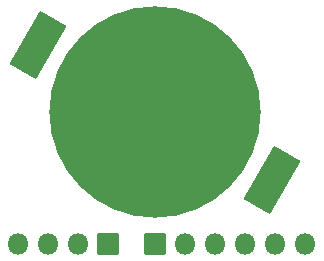
<source format=gbr>
G04 #@! TF.GenerationSoftware,KiCad,Pcbnew,(6.0.11)*
G04 #@! TF.CreationDate,2023-02-12T22:37:01+01:00*
G04 #@! TF.ProjectId,atmega328p-au--e01c-ml01s--bme280--cr2032,61746d65-6761-4333-9238-702d61752d2d,rev?*
G04 #@! TF.SameCoordinates,Original*
G04 #@! TF.FileFunction,Soldermask,Bot*
G04 #@! TF.FilePolarity,Negative*
%FSLAX46Y46*%
G04 Gerber Fmt 4.6, Leading zero omitted, Abs format (unit mm)*
G04 Created by KiCad (PCBNEW (6.0.11)) date 2023-02-12 22:37:01*
%MOMM*%
%LPD*%
G01*
G04 APERTURE LIST*
G04 Aperture macros list*
%AMRoundRect*
0 Rectangle with rounded corners*
0 $1 Rounding radius*
0 $2 $3 $4 $5 $6 $7 $8 $9 X,Y pos of 4 corners*
0 Add a 4 corners polygon primitive as box body*
4,1,4,$2,$3,$4,$5,$6,$7,$8,$9,$2,$3,0*
0 Add four circle primitives for the rounded corners*
1,1,$1+$1,$2,$3*
1,1,$1+$1,$4,$5*
1,1,$1+$1,$6,$7*
1,1,$1+$1,$8,$9*
0 Add four rect primitives between the rounded corners*
20,1,$1+$1,$2,$3,$4,$5,0*
20,1,$1+$1,$4,$5,$6,$7,0*
20,1,$1+$1,$6,$7,$8,$9,0*
20,1,$1+$1,$8,$9,$2,$3,0*%
G04 Aperture macros list end*
%ADD10RoundRect,0.051000X-0.850000X0.850000X-0.850000X-0.850000X0.850000X-0.850000X0.850000X0.850000X0*%
%ADD11O,1.802000X1.802000*%
%ADD12RoundRect,0.051000X0.850000X-0.850000X0.850000X0.850000X-0.850000X0.850000X-0.850000X-0.850000X0*%
%ADD13C,17.902000*%
%ADD14RoundRect,0.051000X-2.357532X-1.583365X-0.192468X-2.833365X2.357532X1.583365X0.192468X2.833365X0*%
G04 APERTURE END LIST*
D10*
X106020000Y-83439000D03*
D11*
X103480000Y-83439000D03*
X100940000Y-83439000D03*
X98400000Y-83439000D03*
D12*
X110000000Y-83400000D03*
D11*
X112540000Y-83400000D03*
X115080000Y-83400000D03*
X117620000Y-83400000D03*
X120160000Y-83400000D03*
X122700000Y-83400000D03*
D13*
X109982000Y-72263000D03*
D14*
X100066009Y-66538000D03*
X119897991Y-77988000D03*
M02*

</source>
